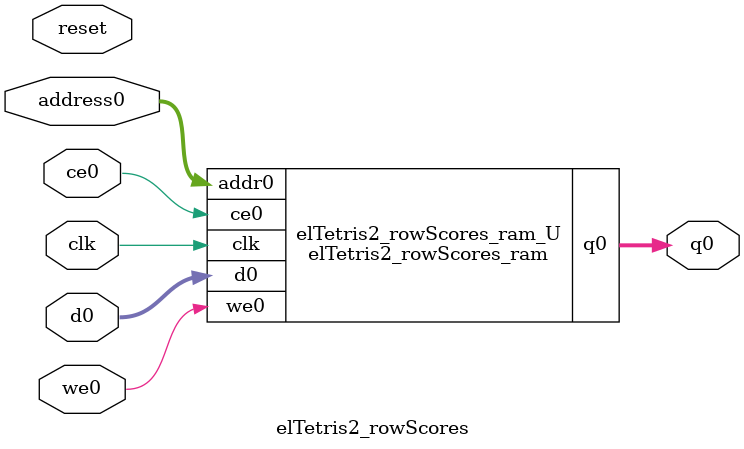
<source format=v>

`timescale 1 ns / 1 ps
module elTetris2_rowScores_ram (addr0, ce0, d0, we0, q0,  clk);

parameter DWIDTH = 32;
parameter AWIDTH = 6;
parameter MEM_SIZE = 40;

input[AWIDTH-1:0] addr0;
input ce0;
input[DWIDTH-1:0] d0;
input we0;
output reg[DWIDTH-1:0] q0;
input clk;

(* ram_style = "block" *)reg [DWIDTH-1:0] ram[0:MEM_SIZE-1];




always @(posedge clk)  
begin 
    if (ce0) 
    begin
        if (we0) 
        begin 
            ram[addr0] <= d0; 
            q0 <= d0;
        end 
        else 
            q0 <= ram[addr0];
    end
end


endmodule


`timescale 1 ns / 1 ps
module elTetris2_rowScores(
    reset,
    clk,
    address0,
    ce0,
    we0,
    d0,
    q0);

parameter DataWidth = 32'd32;
parameter AddressRange = 32'd40;
parameter AddressWidth = 32'd6;
input reset;
input clk;
input[AddressWidth - 1:0] address0;
input ce0;
input we0;
input[DataWidth - 1:0] d0;
output[DataWidth - 1:0] q0;



elTetris2_rowScores_ram elTetris2_rowScores_ram_U(
    .clk( clk ),
    .addr0( address0 ),
    .ce0( ce0 ),
    .d0( d0 ),
    .we0( we0 ),
    .q0( q0 ));

endmodule


</source>
